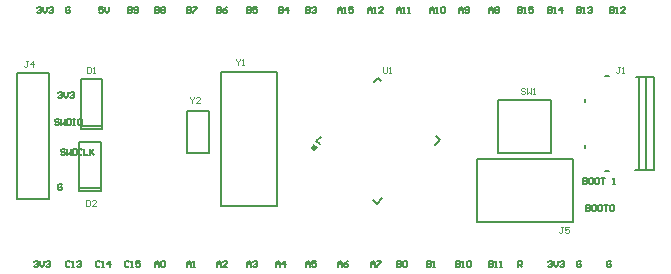
<source format=gto>
G04*
G04 #@! TF.GenerationSoftware,Altium Limited,Altium Designer,22.7.1 (60)*
G04*
G04 Layer_Color=65535*
%FSLAX25Y25*%
%MOIN*%
G70*
G04*
G04 #@! TF.SameCoordinates,143699A1-5C46-47B9-B1A9-45083201A81C*
G04*
G04*
G04 #@! TF.FilePolarity,Positive*
G04*
G01*
G75*
%ADD10C,0.01181*%
%ADD11C,0.00787*%
%ADD12C,0.00500*%
%ADD13C,0.00400*%
D10*
X102300Y41203D02*
G03*
X102300Y41203I-500J0D01*
G01*
D11*
X13315Y24173D02*
Y65905D01*
X2784Y24173D02*
X13315D01*
X2784Y65905D02*
X13315D01*
X2784Y24173D02*
Y65905D01*
X23524Y27657D02*
X30709D01*
Y43209D01*
X23524D02*
X30709D01*
X23524Y27657D02*
Y43209D01*
Y26575D02*
X30709D01*
X23524D02*
Y27657D01*
X30709Y26575D02*
Y27657D01*
X210039Y33858D02*
Y64567D01*
X212402Y33858D02*
Y64567D01*
X214862Y33661D02*
X214961D01*
Y64665D01*
X209154D02*
X214961D01*
X208661Y33661D02*
X214862D01*
X191929Y40945D02*
Y42126D01*
Y56299D02*
Y57480D01*
X198622Y65158D02*
X200000D01*
X198819Y33465D02*
X200098D01*
X156095Y16488D02*
Y37354D01*
X187984D01*
Y16488D02*
Y37354D01*
X156095Y16488D02*
X187984D01*
X162992Y39469D02*
X180610D01*
X162992D02*
Y57087D01*
X180709D01*
X180610Y56988D02*
X180709Y57087D01*
X180610Y39469D02*
Y56988D01*
X102507Y43324D02*
X103921Y44738D01*
X102507Y43324D02*
X103921Y44738D01*
X102507Y43324D02*
X103567Y42263D01*
X122659Y22465D02*
X124427Y24232D01*
X121245Y23879D02*
X122659Y22465D01*
X142105Y41910D02*
X143872Y43678D01*
X142105Y41910D02*
X143872Y43678D01*
X142458Y45092D02*
X143872Y43678D01*
X121599Y63123D02*
X123013Y64537D01*
X121599Y63123D02*
X123013Y64537D01*
X124074Y63477D01*
X70748Y21559D02*
X89252D01*
X70748D02*
Y66441D01*
X89252D01*
Y21559D02*
Y66441D01*
X59252Y53543D02*
X66732D01*
X59252Y39370D02*
Y53543D01*
Y39370D02*
X66732D01*
Y53543D01*
X23917Y48524D02*
X31102D01*
Y64075D01*
X23917D02*
X31102D01*
X23917Y48524D02*
Y64075D01*
Y47441D02*
X31102D01*
X23917D02*
Y48524D01*
X31102Y47441D02*
Y48524D01*
D12*
X17581Y28741D02*
X17248Y29074D01*
X16581D01*
X16248Y28741D01*
Y27408D01*
X16581Y27075D01*
X17248D01*
X17581Y27408D01*
Y28074D01*
X16915D01*
X18565Y40552D02*
X18232Y40885D01*
X17566D01*
X17232Y40552D01*
Y40219D01*
X17566Y39886D01*
X18232D01*
X18565Y39552D01*
Y39219D01*
X18232Y38886D01*
X17566D01*
X17232Y39219D01*
X19232Y40885D02*
Y38886D01*
X19898Y39552D01*
X20564Y38886D01*
Y40885D01*
X21231D02*
Y38886D01*
X22231D01*
X22564Y39219D01*
Y40552D01*
X22231Y40885D01*
X21231D01*
X24563Y40552D02*
X24230Y40885D01*
X23564D01*
X23230Y40552D01*
Y39219D01*
X23564Y38886D01*
X24230D01*
X24563Y39219D01*
X25230Y40885D02*
Y38886D01*
X26563D01*
X27229Y40885D02*
Y38886D01*
Y39552D01*
X28562Y40885D01*
X27562Y39886D01*
X28562Y38886D01*
X16597Y50394D02*
X16263Y50728D01*
X15597D01*
X15264Y50394D01*
Y50061D01*
X15597Y49728D01*
X16263D01*
X16597Y49395D01*
Y49062D01*
X16263Y48728D01*
X15597D01*
X15264Y49062D01*
X17263Y50728D02*
Y48728D01*
X17930Y49395D01*
X18596Y48728D01*
Y50728D01*
X19263D02*
Y48728D01*
X20262D01*
X20595Y49062D01*
Y50394D01*
X20262Y50728D01*
X19263D01*
X21262D02*
X21928D01*
X21595D01*
Y48728D01*
X21262D01*
X21928D01*
X23928Y50728D02*
X23261D01*
X22928Y50394D01*
Y49062D01*
X23261Y48728D01*
X23928D01*
X24261Y49062D01*
Y50394D01*
X23928Y50728D01*
X16248Y59253D02*
X16581Y59586D01*
X17248D01*
X17581Y59253D01*
Y58920D01*
X17248Y58586D01*
X16915D01*
X17248D01*
X17581Y58253D01*
Y57920D01*
X17248Y57587D01*
X16581D01*
X16248Y57920D01*
X18247Y59586D02*
Y58253D01*
X18914Y57587D01*
X19580Y58253D01*
Y59586D01*
X20247Y59253D02*
X20580Y59586D01*
X21246D01*
X21580Y59253D01*
Y58920D01*
X21246Y58586D01*
X20913D01*
X21246D01*
X21580Y58253D01*
Y57920D01*
X21246Y57587D01*
X20580D01*
X20247Y57920D01*
X192429Y22184D02*
Y20185D01*
X193429D01*
X193762Y20518D01*
Y20852D01*
X193429Y21185D01*
X192429D01*
X193429D01*
X193762Y21518D01*
Y21851D01*
X193429Y22184D01*
X192429D01*
X195428D02*
X194762D01*
X194429Y21851D01*
Y20518D01*
X194762Y20185D01*
X195428D01*
X195761Y20518D01*
Y21851D01*
X195428Y22184D01*
X197427D02*
X196761D01*
X196428Y21851D01*
Y20518D01*
X196761Y20185D01*
X197427D01*
X197761Y20518D01*
Y21851D01*
X197427Y22184D01*
X198427D02*
X199760D01*
X199094D01*
Y20185D01*
X200427Y21851D02*
X200760Y22184D01*
X201426D01*
X201759Y21851D01*
Y20518D01*
X201426Y20185D01*
X200760D01*
X200427Y20518D01*
Y21851D01*
X191445Y31043D02*
Y29043D01*
X192445D01*
X192778Y29377D01*
Y29710D01*
X192445Y30043D01*
X191445D01*
X192445D01*
X192778Y30376D01*
Y30709D01*
X192445Y31043D01*
X191445D01*
X194444D02*
X193778D01*
X193444Y30709D01*
Y29377D01*
X193778Y29043D01*
X194444D01*
X194777Y29377D01*
Y30709D01*
X194444Y31043D01*
X196443D02*
X195777D01*
X195444Y30709D01*
Y29377D01*
X195777Y29043D01*
X196443D01*
X196776Y29377D01*
Y30709D01*
X196443Y31043D01*
X197443D02*
X198776D01*
X198109D01*
Y29043D01*
X201442D02*
X202108D01*
X201775D01*
Y31043D01*
X201442Y30709D01*
X200303Y88129D02*
Y86130D01*
X201303D01*
X201636Y86463D01*
Y86796D01*
X201303Y87130D01*
X200303D01*
X201303D01*
X201636Y87463D01*
Y87796D01*
X201303Y88129D01*
X200303D01*
X202303Y86130D02*
X202969D01*
X202636D01*
Y88129D01*
X202303Y87796D01*
X205301Y86130D02*
X203969D01*
X205301Y87463D01*
Y87796D01*
X204968Y88129D01*
X204302D01*
X203969Y87796D01*
X189476Y88129D02*
Y86130D01*
X190476D01*
X190809Y86463D01*
Y86796D01*
X190476Y87130D01*
X189476D01*
X190476D01*
X190809Y87463D01*
Y87796D01*
X190476Y88129D01*
X189476D01*
X191476Y86130D02*
X192142D01*
X191809D01*
Y88129D01*
X191476Y87796D01*
X193142D02*
X193475Y88129D01*
X194141D01*
X194475Y87796D01*
Y87463D01*
X194141Y87130D01*
X193808D01*
X194141D01*
X194475Y86796D01*
Y86463D01*
X194141Y86130D01*
X193475D01*
X193142Y86463D01*
X179634Y88129D02*
Y86130D01*
X180633D01*
X180967Y86463D01*
Y86796D01*
X180633Y87130D01*
X179634D01*
X180633D01*
X180967Y87463D01*
Y87796D01*
X180633Y88129D01*
X179634D01*
X181633Y86130D02*
X182300D01*
X181966D01*
Y88129D01*
X181633Y87796D01*
X184299Y86130D02*
Y88129D01*
X183299Y87130D01*
X184632D01*
X169791Y88129D02*
Y86130D01*
X170791D01*
X171124Y86463D01*
Y86796D01*
X170791Y87130D01*
X169791D01*
X170791D01*
X171124Y87463D01*
Y87796D01*
X170791Y88129D01*
X169791D01*
X171791Y86130D02*
X172457D01*
X172124D01*
Y88129D01*
X171791Y87796D01*
X174790Y88129D02*
X173457D01*
Y87130D01*
X174123Y87463D01*
X174457D01*
X174790Y87130D01*
Y86463D01*
X174457Y86130D01*
X173790D01*
X173457Y86463D01*
X159949Y86130D02*
Y87463D01*
X160615Y88129D01*
X161282Y87463D01*
Y86130D01*
Y87130D01*
X159949D01*
X161948Y87796D02*
X162281Y88129D01*
X162948D01*
X163281Y87796D01*
Y87463D01*
X162948Y87130D01*
X163281Y86796D01*
Y86463D01*
X162948Y86130D01*
X162281D01*
X161948Y86463D01*
Y86796D01*
X162281Y87130D01*
X161948Y87463D01*
Y87796D01*
X162281Y87130D02*
X162948D01*
X150106Y86130D02*
Y87463D01*
X150773Y88129D01*
X151439Y87463D01*
Y86130D01*
Y87130D01*
X150106D01*
X152106Y86463D02*
X152439Y86130D01*
X153105D01*
X153439Y86463D01*
Y87796D01*
X153105Y88129D01*
X152439D01*
X152106Y87796D01*
Y87463D01*
X152439Y87130D01*
X153439D01*
X140264Y86130D02*
Y87463D01*
X140930Y88129D01*
X141597Y87463D01*
Y86130D01*
Y87130D01*
X140264D01*
X142263Y86130D02*
X142930D01*
X142596D01*
Y88129D01*
X142263Y87796D01*
X143929D02*
X144263Y88129D01*
X144929D01*
X145262Y87796D01*
Y86463D01*
X144929Y86130D01*
X144263D01*
X143929Y86463D01*
Y87796D01*
X129437Y86130D02*
Y87463D01*
X130104Y88129D01*
X130770Y87463D01*
Y86130D01*
Y87130D01*
X129437D01*
X131436Y86130D02*
X132103D01*
X131770D01*
Y88129D01*
X131436Y87796D01*
X133103Y86130D02*
X133769D01*
X133436D01*
Y88129D01*
X133103Y87796D01*
X119595Y86130D02*
Y87463D01*
X120261Y88129D01*
X120927Y87463D01*
Y86130D01*
Y87130D01*
X119595D01*
X121594Y86130D02*
X122260D01*
X121927D01*
Y88129D01*
X121594Y87796D01*
X124593Y86130D02*
X123260D01*
X124593Y87463D01*
Y87796D01*
X124260Y88129D01*
X123593D01*
X123260Y87796D01*
X109752Y86130D02*
Y87463D01*
X110418Y88129D01*
X111085Y87463D01*
Y86130D01*
Y87130D01*
X109752D01*
X111751Y86130D02*
X112418D01*
X112084D01*
Y88129D01*
X111751Y87796D01*
X114750Y88129D02*
X113417D01*
Y87130D01*
X114084Y87463D01*
X114417D01*
X114750Y87130D01*
Y86463D01*
X114417Y86130D01*
X113751D01*
X113417Y86463D01*
X98925Y88129D02*
Y86130D01*
X99925D01*
X100258Y86463D01*
Y86796D01*
X99925Y87130D01*
X98925D01*
X99925D01*
X100258Y87463D01*
Y87796D01*
X99925Y88129D01*
X98925D01*
X100925Y87796D02*
X101258Y88129D01*
X101924D01*
X102257Y87796D01*
Y87463D01*
X101924Y87130D01*
X101591D01*
X101924D01*
X102257Y86796D01*
Y86463D01*
X101924Y86130D01*
X101258D01*
X100925Y86463D01*
X90067Y88129D02*
Y86130D01*
X91067D01*
X91400Y86463D01*
Y86796D01*
X91067Y87130D01*
X90067D01*
X91067D01*
X91400Y87463D01*
Y87796D01*
X91067Y88129D01*
X90067D01*
X93066Y86130D02*
Y88129D01*
X92066Y87130D01*
X93399D01*
X79240Y88129D02*
Y86130D01*
X80240D01*
X80573Y86463D01*
Y86796D01*
X80240Y87130D01*
X79240D01*
X80240D01*
X80573Y87463D01*
Y87796D01*
X80240Y88129D01*
X79240D01*
X82572D02*
X81239D01*
Y87130D01*
X81906Y87463D01*
X82239D01*
X82572Y87130D01*
Y86463D01*
X82239Y86130D01*
X81573D01*
X81239Y86463D01*
X69398Y88129D02*
Y86130D01*
X70397D01*
X70731Y86463D01*
Y86796D01*
X70397Y87130D01*
X69398D01*
X70397D01*
X70731Y87463D01*
Y87796D01*
X70397Y88129D01*
X69398D01*
X72730D02*
X72063Y87796D01*
X71397Y87130D01*
Y86463D01*
X71730Y86130D01*
X72397D01*
X72730Y86463D01*
Y86796D01*
X72397Y87130D01*
X71397D01*
X59555Y88129D02*
Y86130D01*
X60555D01*
X60888Y86463D01*
Y86796D01*
X60555Y87130D01*
X59555D01*
X60555D01*
X60888Y87463D01*
Y87796D01*
X60555Y88129D01*
X59555D01*
X61554D02*
X62887D01*
Y87796D01*
X61554Y86463D01*
Y86130D01*
X39870Y88129D02*
Y86130D01*
X40870D01*
X41203Y86463D01*
Y86796D01*
X40870Y87130D01*
X39870D01*
X40870D01*
X41203Y87463D01*
Y87796D01*
X40870Y88129D01*
X39870D01*
X41869Y86463D02*
X42203Y86130D01*
X42869D01*
X43202Y86463D01*
Y87796D01*
X42869Y88129D01*
X42203D01*
X41869Y87796D01*
Y87463D01*
X42203Y87130D01*
X43202D01*
X48728Y88129D02*
Y86130D01*
X49728D01*
X50061Y86463D01*
Y86796D01*
X49728Y87130D01*
X48728D01*
X49728D01*
X50061Y87463D01*
Y87796D01*
X49728Y88129D01*
X48728D01*
X50728Y87796D02*
X51061Y88129D01*
X51727D01*
X52061Y87796D01*
Y87463D01*
X51727Y87130D01*
X52061Y86796D01*
Y86463D01*
X51727Y86130D01*
X51061D01*
X50728Y86463D01*
Y86796D01*
X51061Y87130D01*
X50728Y87463D01*
Y87796D01*
X51061Y87130D02*
X51727D01*
X31361Y88129D02*
X30028D01*
Y87130D01*
X30694Y87463D01*
X31027D01*
X31361Y87130D01*
Y86463D01*
X31027Y86130D01*
X30361D01*
X30028Y86463D01*
X32027Y88129D02*
Y86796D01*
X32693Y86130D01*
X33360Y86796D01*
Y88129D01*
X20534Y87796D02*
X20200Y88129D01*
X19534D01*
X19201Y87796D01*
Y86463D01*
X19534Y86130D01*
X20200D01*
X20534Y86463D01*
Y87130D01*
X19867D01*
X9358Y87796D02*
X9691Y88129D01*
X10358D01*
X10691Y87796D01*
Y87463D01*
X10358Y87130D01*
X10025D01*
X10358D01*
X10691Y86796D01*
Y86463D01*
X10358Y86130D01*
X9691D01*
X9358Y86463D01*
X11358Y88129D02*
Y86796D01*
X12024Y86130D01*
X12690Y86796D01*
Y88129D01*
X13357Y87796D02*
X13690Y88129D01*
X14357D01*
X14690Y87796D01*
Y87463D01*
X14357Y87130D01*
X14023D01*
X14357D01*
X14690Y86796D01*
Y86463D01*
X14357Y86130D01*
X13690D01*
X13357Y86463D01*
X8374Y3150D02*
X8707Y3484D01*
X9374D01*
X9707Y3150D01*
Y2817D01*
X9374Y2484D01*
X9041D01*
X9374D01*
X9707Y2151D01*
Y1818D01*
X9374Y1484D01*
X8707D01*
X8374Y1818D01*
X10373Y3484D02*
Y2151D01*
X11040Y1484D01*
X11706Y2151D01*
Y3484D01*
X12373Y3150D02*
X12706Y3484D01*
X13372D01*
X13706Y3150D01*
Y2817D01*
X13372Y2484D01*
X13039D01*
X13372D01*
X13706Y2151D01*
Y1818D01*
X13372Y1484D01*
X12706D01*
X12373Y1818D01*
X20534Y3150D02*
X20200Y3484D01*
X19534D01*
X19201Y3150D01*
Y1818D01*
X19534Y1484D01*
X20200D01*
X20534Y1818D01*
X21200Y1484D02*
X21867D01*
X21533D01*
Y3484D01*
X21200Y3150D01*
X22866D02*
X23200Y3484D01*
X23866D01*
X24199Y3150D01*
Y2817D01*
X23866Y2484D01*
X23533D01*
X23866D01*
X24199Y2151D01*
Y1818D01*
X23866Y1484D01*
X23200D01*
X22866Y1818D01*
X30376Y3150D02*
X30043Y3484D01*
X29377D01*
X29043Y3150D01*
Y1818D01*
X29377Y1484D01*
X30043D01*
X30376Y1818D01*
X31043Y1484D02*
X31709D01*
X31376D01*
Y3484D01*
X31043Y3150D01*
X33709Y1484D02*
Y3484D01*
X32709Y2484D01*
X34042D01*
X40219Y3150D02*
X39886Y3484D01*
X39219D01*
X38886Y3150D01*
Y1818D01*
X39219Y1484D01*
X39886D01*
X40219Y1818D01*
X40885Y1484D02*
X41552D01*
X41218D01*
Y3484D01*
X40885Y3150D01*
X43884Y3484D02*
X42551D01*
Y2484D01*
X43218Y2817D01*
X43551D01*
X43884Y2484D01*
Y1818D01*
X43551Y1484D01*
X42884D01*
X42551Y1818D01*
X48728Y1484D02*
Y2817D01*
X49395Y3484D01*
X50061Y2817D01*
Y1484D01*
Y2484D01*
X48728D01*
X50728Y3150D02*
X51061Y3484D01*
X51727D01*
X52061Y3150D01*
Y1818D01*
X51727Y1484D01*
X51061D01*
X50728Y1818D01*
Y3150D01*
X59555Y1484D02*
Y2817D01*
X60222Y3484D01*
X60888Y2817D01*
Y1484D01*
Y2484D01*
X59555D01*
X61554Y1484D02*
X62221D01*
X61888D01*
Y3484D01*
X61554Y3150D01*
X69398Y1484D02*
Y2817D01*
X70064Y3484D01*
X70731Y2817D01*
Y1484D01*
Y2484D01*
X69398D01*
X72730Y1484D02*
X71397D01*
X72730Y2817D01*
Y3150D01*
X72397Y3484D01*
X71730D01*
X71397Y3150D01*
X79240Y1484D02*
Y2817D01*
X79907Y3484D01*
X80573Y2817D01*
Y1484D01*
Y2484D01*
X79240D01*
X81239Y3150D02*
X81573Y3484D01*
X82239D01*
X82572Y3150D01*
Y2817D01*
X82239Y2484D01*
X81906D01*
X82239D01*
X82572Y2151D01*
Y1818D01*
X82239Y1484D01*
X81573D01*
X81239Y1818D01*
X89083Y1484D02*
Y2817D01*
X89749Y3484D01*
X90416Y2817D01*
Y1484D01*
Y2484D01*
X89083D01*
X92082Y1484D02*
Y3484D01*
X91082Y2484D01*
X92415D01*
X98925Y1484D02*
Y2817D01*
X99592Y3484D01*
X100258Y2817D01*
Y1484D01*
Y2484D01*
X98925D01*
X102257Y3484D02*
X100925D01*
Y2484D01*
X101591Y2817D01*
X101924D01*
X102257Y2484D01*
Y1818D01*
X101924Y1484D01*
X101258D01*
X100925Y1818D01*
X109752Y1484D02*
Y2817D01*
X110418Y3484D01*
X111085Y2817D01*
Y1484D01*
Y2484D01*
X109752D01*
X113084Y3484D02*
X112418Y3150D01*
X111751Y2484D01*
Y1818D01*
X112084Y1484D01*
X112751D01*
X113084Y1818D01*
Y2151D01*
X112751Y2484D01*
X111751D01*
X120579Y1484D02*
Y2817D01*
X121245Y3484D01*
X121912Y2817D01*
Y1484D01*
Y2484D01*
X120579D01*
X122578Y3484D02*
X123911D01*
Y3150D01*
X122578Y1818D01*
Y1484D01*
X129437Y3484D02*
Y1484D01*
X130437D01*
X130770Y1818D01*
Y2151D01*
X130437Y2484D01*
X129437D01*
X130437D01*
X130770Y2817D01*
Y3150D01*
X130437Y3484D01*
X129437D01*
X131436Y3150D02*
X131770Y3484D01*
X132436D01*
X132769Y3150D01*
Y1818D01*
X132436Y1484D01*
X131770D01*
X131436Y1818D01*
Y3150D01*
X139279Y3484D02*
Y1484D01*
X140279D01*
X140612Y1818D01*
Y2151D01*
X140279Y2484D01*
X139279D01*
X140279D01*
X140612Y2817D01*
Y3150D01*
X140279Y3484D01*
X139279D01*
X141279Y1484D02*
X141945D01*
X141612D01*
Y3484D01*
X141279Y3150D01*
X149122Y3484D02*
Y1484D01*
X150122D01*
X150455Y1818D01*
Y2151D01*
X150122Y2484D01*
X149122D01*
X150122D01*
X150455Y2817D01*
Y3150D01*
X150122Y3484D01*
X149122D01*
X151121Y1484D02*
X151788D01*
X151455D01*
Y3484D01*
X151121Y3150D01*
X152787D02*
X153121Y3484D01*
X153787D01*
X154120Y3150D01*
Y1818D01*
X153787Y1484D01*
X153121D01*
X152787Y1818D01*
Y3150D01*
X159949Y3484D02*
Y1484D01*
X160949D01*
X161282Y1818D01*
Y2151D01*
X160949Y2484D01*
X159949D01*
X160949D01*
X161282Y2817D01*
Y3150D01*
X160949Y3484D01*
X159949D01*
X161948Y1484D02*
X162615D01*
X162281D01*
Y3484D01*
X161948Y3150D01*
X163614Y1484D02*
X164281D01*
X163947D01*
Y3484D01*
X163614Y3150D01*
X169791Y1484D02*
Y3484D01*
X170791D01*
X171124Y3150D01*
Y2484D01*
X170791Y2151D01*
X169791D01*
X170458D02*
X171124Y1484D01*
X179634Y3150D02*
X179967Y3484D01*
X180633D01*
X180967Y3150D01*
Y2817D01*
X180633Y2484D01*
X180300D01*
X180633D01*
X180967Y2151D01*
Y1818D01*
X180633Y1484D01*
X179967D01*
X179634Y1818D01*
X181633Y3484D02*
Y2151D01*
X182300Y1484D01*
X182966Y2151D01*
Y3484D01*
X183633Y3150D02*
X183966Y3484D01*
X184632D01*
X184966Y3150D01*
Y2817D01*
X184632Y2484D01*
X184299D01*
X184632D01*
X184966Y2151D01*
Y1818D01*
X184632Y1484D01*
X183966D01*
X183633Y1818D01*
X190809Y3150D02*
X190476Y3484D01*
X189810D01*
X189476Y3150D01*
Y1818D01*
X189810Y1484D01*
X190476D01*
X190809Y1818D01*
Y2484D01*
X190143D01*
X200652Y3150D02*
X200319Y3484D01*
X199652D01*
X199319Y3150D01*
Y1818D01*
X199652Y1484D01*
X200319D01*
X200652Y1818D01*
Y2484D01*
X199985D01*
D13*
X60342Y58086D02*
Y57753D01*
X61008Y57087D01*
X61675Y57753D01*
Y58086D01*
X61008Y57087D02*
Y56087D01*
X63674D02*
X62341D01*
X63674Y57420D01*
Y57753D01*
X63341Y58086D01*
X62674D01*
X62341Y57753D01*
X75581Y70740D02*
Y70407D01*
X76247Y69740D01*
X76913Y70407D01*
Y70740D01*
X76247Y69740D02*
Y68740D01*
X77580D02*
X78246D01*
X77913D01*
Y70740D01*
X77580Y70407D01*
X124651Y67929D02*
Y66263D01*
X124985Y65930D01*
X125651D01*
X125984Y66263D01*
Y67929D01*
X126651Y65930D02*
X127317D01*
X126984D01*
Y67929D01*
X126651Y67596D01*
X172229Y60706D02*
X171896Y61039D01*
X171229D01*
X170896Y60706D01*
Y60373D01*
X171229Y60039D01*
X171896D01*
X172229Y59706D01*
Y59373D01*
X171896Y59040D01*
X171229D01*
X170896Y59373D01*
X172895Y61039D02*
Y59040D01*
X173562Y59706D01*
X174228Y59040D01*
Y61039D01*
X174894Y59040D02*
X175561D01*
X175228D01*
Y61039D01*
X174894Y60706D01*
X184706Y14779D02*
X184040D01*
X184373D01*
Y13113D01*
X184040Y12780D01*
X183706D01*
X183373Y13113D01*
X186706Y14779D02*
X185373D01*
Y13780D01*
X186039Y14113D01*
X186372D01*
X186706Y13780D01*
Y13113D01*
X186372Y12780D01*
X185706D01*
X185373Y13113D01*
X6556Y69897D02*
X5890D01*
X6223D01*
Y68231D01*
X5890Y67898D01*
X5557D01*
X5224Y68231D01*
X8223Y67898D02*
Y69897D01*
X7223Y68898D01*
X8556D01*
X203740Y67929D02*
X203074D01*
X203407D01*
Y66263D01*
X203074Y65930D01*
X202741D01*
X202407Y66263D01*
X204407Y65930D02*
X205073D01*
X204740D01*
Y67929D01*
X204407Y67596D01*
X25893Y23638D02*
Y21638D01*
X26893D01*
X27226Y21971D01*
Y23304D01*
X26893Y23638D01*
X25893D01*
X29225Y21638D02*
X27892D01*
X29225Y22971D01*
Y23304D01*
X28892Y23638D01*
X28225D01*
X27892Y23304D01*
X26226Y67929D02*
Y65930D01*
X27226D01*
X27559Y66263D01*
Y67596D01*
X27226Y67929D01*
X26226D01*
X28225Y65930D02*
X28892D01*
X28559D01*
Y67929D01*
X28225Y67596D01*
M02*

</source>
